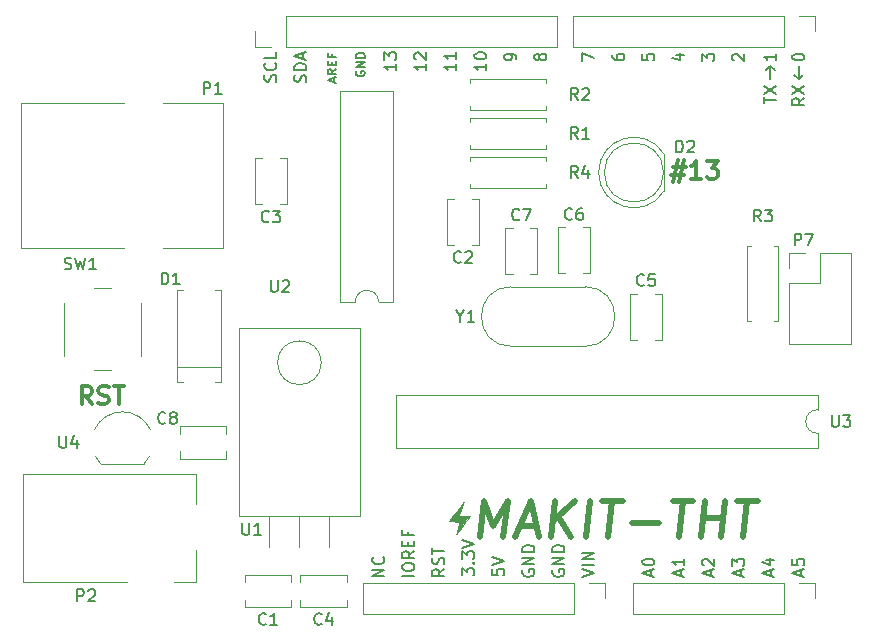
<source format=gto>
G04 #@! TF.FileFunction,Legend,Top*
%FSLAX46Y46*%
G04 Gerber Fmt 4.6, Leading zero omitted, Abs format (unit mm)*
G04 Created by KiCad (PCBNEW 4.0.5+dfsg1-4) date Sat Jun 16 18:21:39 2018*
%MOMM*%
%LPD*%
G01*
G04 APERTURE LIST*
%ADD10C,0.100000*%
%ADD11C,0.150000*%
%ADD12C,0.200000*%
%ADD13C,0.300000*%
%ADD14C,0.500000*%
%ADD15C,0.120000*%
%ADD16C,0.010000*%
G04 APERTURE END LIST*
D10*
D11*
X168219381Y-30829285D02*
X168219381Y-31400714D01*
X168219381Y-31115000D02*
X167219381Y-31115000D01*
X167362238Y-31210238D01*
X167457476Y-31305476D01*
X167505095Y-31400714D01*
X169632381Y-31162619D02*
X169632381Y-31067380D01*
X169680000Y-30972142D01*
X169727619Y-30924523D01*
X169822857Y-30876904D01*
X170013333Y-30829285D01*
X170251429Y-30829285D01*
X170441905Y-30876904D01*
X170537143Y-30924523D01*
X170584762Y-30972142D01*
X170632381Y-31067380D01*
X170632381Y-31162619D01*
X170584762Y-31257857D01*
X170537143Y-31305476D01*
X170441905Y-31353095D01*
X170251429Y-31400714D01*
X170013333Y-31400714D01*
X169822857Y-31353095D01*
X169727619Y-31305476D01*
X169680000Y-31257857D01*
X169632381Y-31162619D01*
D12*
X170180000Y-33020000D02*
X169798999Y-32639000D01*
X170180000Y-33020000D02*
X170561000Y-32639000D01*
X170180000Y-31877001D02*
X170180000Y-33020000D01*
X167767000Y-31877000D02*
X168148000Y-32258000D01*
X167767000Y-31877000D02*
X167386000Y-32258000D01*
X167767000Y-33020000D02*
X167767000Y-31877000D01*
D11*
X170632381Y-34583666D02*
X170156190Y-34917000D01*
X170632381Y-35155095D02*
X169632381Y-35155095D01*
X169632381Y-34774142D01*
X169680000Y-34678904D01*
X169727619Y-34631285D01*
X169822857Y-34583666D01*
X169965714Y-34583666D01*
X170060952Y-34631285D01*
X170108571Y-34678904D01*
X170156190Y-34774142D01*
X170156190Y-35155095D01*
X169632381Y-34250333D02*
X170632381Y-33583666D01*
X169632381Y-33583666D02*
X170632381Y-34250333D01*
X167219381Y-35051905D02*
X167219381Y-34480476D01*
X168219381Y-34766191D02*
X167219381Y-34766191D01*
X167219381Y-34242381D02*
X168219381Y-33575714D01*
X167219381Y-33575714D02*
X168219381Y-34242381D01*
X164647619Y-31400714D02*
X164600000Y-31353095D01*
X164552381Y-31257857D01*
X164552381Y-31019761D01*
X164600000Y-30924523D01*
X164647619Y-30876904D01*
X164742857Y-30829285D01*
X164838095Y-30829285D01*
X164980952Y-30876904D01*
X165552381Y-31448333D01*
X165552381Y-30829285D01*
X162012381Y-31448333D02*
X162012381Y-30829285D01*
X162393333Y-31162619D01*
X162393333Y-31019761D01*
X162440952Y-30924523D01*
X162488571Y-30876904D01*
X162583810Y-30829285D01*
X162821905Y-30829285D01*
X162917143Y-30876904D01*
X162964762Y-30924523D01*
X163012381Y-31019761D01*
X163012381Y-31305476D01*
X162964762Y-31400714D01*
X162917143Y-31448333D01*
X159805714Y-30924523D02*
X160472381Y-30924523D01*
X159424762Y-31162619D02*
X160139048Y-31400714D01*
X160139048Y-30781666D01*
X156932381Y-30876904D02*
X156932381Y-31353095D01*
X157408571Y-31400714D01*
X157360952Y-31353095D01*
X157313333Y-31257857D01*
X157313333Y-31019761D01*
X157360952Y-30924523D01*
X157408571Y-30876904D01*
X157503810Y-30829285D01*
X157741905Y-30829285D01*
X157837143Y-30876904D01*
X157884762Y-30924523D01*
X157932381Y-31019761D01*
X157932381Y-31257857D01*
X157884762Y-31353095D01*
X157837143Y-31400714D01*
X154392381Y-30924523D02*
X154392381Y-31115000D01*
X154440000Y-31210238D01*
X154487619Y-31257857D01*
X154630476Y-31353095D01*
X154820952Y-31400714D01*
X155201905Y-31400714D01*
X155297143Y-31353095D01*
X155344762Y-31305476D01*
X155392381Y-31210238D01*
X155392381Y-31019761D01*
X155344762Y-30924523D01*
X155297143Y-30876904D01*
X155201905Y-30829285D01*
X154963810Y-30829285D01*
X154868571Y-30876904D01*
X154820952Y-30924523D01*
X154773333Y-31019761D01*
X154773333Y-31210238D01*
X154820952Y-31305476D01*
X154868571Y-31353095D01*
X154963810Y-31400714D01*
X151852381Y-31448333D02*
X151852381Y-30781666D01*
X152852381Y-31210238D01*
X148216952Y-31210238D02*
X148169333Y-31305476D01*
X148121714Y-31353095D01*
X148026476Y-31400714D01*
X147978857Y-31400714D01*
X147883619Y-31353095D01*
X147836000Y-31305476D01*
X147788381Y-31210238D01*
X147788381Y-31019761D01*
X147836000Y-30924523D01*
X147883619Y-30876904D01*
X147978857Y-30829285D01*
X148026476Y-30829285D01*
X148121714Y-30876904D01*
X148169333Y-30924523D01*
X148216952Y-31019761D01*
X148216952Y-31210238D01*
X148264571Y-31305476D01*
X148312190Y-31353095D01*
X148407429Y-31400714D01*
X148597905Y-31400714D01*
X148693143Y-31353095D01*
X148740762Y-31305476D01*
X148788381Y-31210238D01*
X148788381Y-31019761D01*
X148740762Y-30924523D01*
X148693143Y-30876904D01*
X148597905Y-30829285D01*
X148407429Y-30829285D01*
X148312190Y-30876904D01*
X148264571Y-30924523D01*
X148216952Y-31019761D01*
X146248381Y-31305476D02*
X146248381Y-31115000D01*
X146200762Y-31019761D01*
X146153143Y-30972142D01*
X146010286Y-30876904D01*
X145819810Y-30829285D01*
X145438857Y-30829285D01*
X145343619Y-30876904D01*
X145296000Y-30924523D01*
X145248381Y-31019761D01*
X145248381Y-31210238D01*
X145296000Y-31305476D01*
X145343619Y-31353095D01*
X145438857Y-31400714D01*
X145676952Y-31400714D01*
X145772190Y-31353095D01*
X145819810Y-31305476D01*
X145867429Y-31210238D01*
X145867429Y-31019761D01*
X145819810Y-30924523D01*
X145772190Y-30876904D01*
X145676952Y-30829285D01*
X143708381Y-31686476D02*
X143708381Y-32257905D01*
X143708381Y-31972191D02*
X142708381Y-31972191D01*
X142851238Y-32067429D01*
X142946476Y-32162667D01*
X142994095Y-32257905D01*
X142708381Y-31067429D02*
X142708381Y-30972190D01*
X142756000Y-30876952D01*
X142803619Y-30829333D01*
X142898857Y-30781714D01*
X143089333Y-30734095D01*
X143327429Y-30734095D01*
X143517905Y-30781714D01*
X143613143Y-30829333D01*
X143660762Y-30876952D01*
X143708381Y-30972190D01*
X143708381Y-31067429D01*
X143660762Y-31162667D01*
X143613143Y-31210286D01*
X143517905Y-31257905D01*
X143327429Y-31305524D01*
X143089333Y-31305524D01*
X142898857Y-31257905D01*
X142803619Y-31210286D01*
X142756000Y-31162667D01*
X142708381Y-31067429D01*
X141168381Y-31686476D02*
X141168381Y-32257905D01*
X141168381Y-31972191D02*
X140168381Y-31972191D01*
X140311238Y-32067429D01*
X140406476Y-32162667D01*
X140454095Y-32257905D01*
X141168381Y-30734095D02*
X141168381Y-31305524D01*
X141168381Y-31019810D02*
X140168381Y-31019810D01*
X140311238Y-31115048D01*
X140406476Y-31210286D01*
X140454095Y-31305524D01*
X138628381Y-31686476D02*
X138628381Y-32257905D01*
X138628381Y-31972191D02*
X137628381Y-31972191D01*
X137771238Y-32067429D01*
X137866476Y-32162667D01*
X137914095Y-32257905D01*
X137723619Y-31305524D02*
X137676000Y-31257905D01*
X137628381Y-31162667D01*
X137628381Y-30924571D01*
X137676000Y-30829333D01*
X137723619Y-30781714D01*
X137818857Y-30734095D01*
X137914095Y-30734095D01*
X138056952Y-30781714D01*
X138628381Y-31353143D01*
X138628381Y-30734095D01*
X136088381Y-31686476D02*
X136088381Y-32257905D01*
X136088381Y-31972191D02*
X135088381Y-31972191D01*
X135231238Y-32067429D01*
X135326476Y-32162667D01*
X135374095Y-32257905D01*
X135088381Y-31353143D02*
X135088381Y-30734095D01*
X135469333Y-31067429D01*
X135469333Y-30924571D01*
X135516952Y-30829333D01*
X135564571Y-30781714D01*
X135659810Y-30734095D01*
X135897905Y-30734095D01*
X135993143Y-30781714D01*
X136040762Y-30829333D01*
X136088381Y-30924571D01*
X136088381Y-31210286D01*
X136040762Y-31305524D01*
X135993143Y-31353143D01*
X132721000Y-32321428D02*
X132685286Y-32392857D01*
X132685286Y-32500000D01*
X132721000Y-32607143D01*
X132792429Y-32678571D01*
X132863857Y-32714286D01*
X133006714Y-32750000D01*
X133113857Y-32750000D01*
X133256714Y-32714286D01*
X133328143Y-32678571D01*
X133399571Y-32607143D01*
X133435286Y-32500000D01*
X133435286Y-32428571D01*
X133399571Y-32321428D01*
X133363857Y-32285714D01*
X133113857Y-32285714D01*
X133113857Y-32428571D01*
X133435286Y-31964286D02*
X132685286Y-31964286D01*
X133435286Y-31535714D01*
X132685286Y-31535714D01*
X133435286Y-31178572D02*
X132685286Y-31178572D01*
X132685286Y-31000000D01*
X132721000Y-30892857D01*
X132792429Y-30821429D01*
X132863857Y-30785714D01*
X133006714Y-30750000D01*
X133113857Y-30750000D01*
X133256714Y-30785714D01*
X133328143Y-30821429D01*
X133399571Y-30892857D01*
X133435286Y-31000000D01*
X133435286Y-31178572D01*
X130808000Y-33250000D02*
X130808000Y-32892857D01*
X131022286Y-33321428D02*
X130272286Y-33071428D01*
X131022286Y-32821428D01*
X131022286Y-32142857D02*
X130665143Y-32392857D01*
X131022286Y-32571429D02*
X130272286Y-32571429D01*
X130272286Y-32285714D01*
X130308000Y-32214286D01*
X130343714Y-32178571D01*
X130415143Y-32142857D01*
X130522286Y-32142857D01*
X130593714Y-32178571D01*
X130629429Y-32214286D01*
X130665143Y-32285714D01*
X130665143Y-32571429D01*
X130629429Y-31821429D02*
X130629429Y-31571429D01*
X131022286Y-31464286D02*
X131022286Y-31821429D01*
X130272286Y-31821429D01*
X130272286Y-31464286D01*
X130629429Y-30892858D02*
X130629429Y-31142858D01*
X131022286Y-31142858D02*
X130272286Y-31142858D01*
X130272286Y-30785715D01*
X125880762Y-33194476D02*
X125928381Y-33051619D01*
X125928381Y-32813523D01*
X125880762Y-32718285D01*
X125833143Y-32670666D01*
X125737905Y-32623047D01*
X125642667Y-32623047D01*
X125547429Y-32670666D01*
X125499810Y-32718285D01*
X125452190Y-32813523D01*
X125404571Y-33004000D01*
X125356952Y-33099238D01*
X125309333Y-33146857D01*
X125214095Y-33194476D01*
X125118857Y-33194476D01*
X125023619Y-33146857D01*
X124976000Y-33099238D01*
X124928381Y-33004000D01*
X124928381Y-32765904D01*
X124976000Y-32623047D01*
X125833143Y-31623047D02*
X125880762Y-31670666D01*
X125928381Y-31813523D01*
X125928381Y-31908761D01*
X125880762Y-32051619D01*
X125785524Y-32146857D01*
X125690286Y-32194476D01*
X125499810Y-32242095D01*
X125356952Y-32242095D01*
X125166476Y-32194476D01*
X125071238Y-32146857D01*
X124976000Y-32051619D01*
X124928381Y-31908761D01*
X124928381Y-31813523D01*
X124976000Y-31670666D01*
X125023619Y-31623047D01*
X125928381Y-30718285D02*
X125928381Y-31194476D01*
X124928381Y-31194476D01*
X128420762Y-33218286D02*
X128468381Y-33075429D01*
X128468381Y-32837333D01*
X128420762Y-32742095D01*
X128373143Y-32694476D01*
X128277905Y-32646857D01*
X128182667Y-32646857D01*
X128087429Y-32694476D01*
X128039810Y-32742095D01*
X127992190Y-32837333D01*
X127944571Y-33027810D01*
X127896952Y-33123048D01*
X127849333Y-33170667D01*
X127754095Y-33218286D01*
X127658857Y-33218286D01*
X127563619Y-33170667D01*
X127516000Y-33123048D01*
X127468381Y-33027810D01*
X127468381Y-32789714D01*
X127516000Y-32646857D01*
X128468381Y-32218286D02*
X127468381Y-32218286D01*
X127468381Y-31980191D01*
X127516000Y-31837333D01*
X127611238Y-31742095D01*
X127706476Y-31694476D01*
X127896952Y-31646857D01*
X128039810Y-31646857D01*
X128230286Y-31694476D01*
X128325524Y-31742095D01*
X128420762Y-31837333D01*
X128468381Y-31980191D01*
X128468381Y-32218286D01*
X128182667Y-31265905D02*
X128182667Y-30789714D01*
X128468381Y-31361143D02*
X127468381Y-31027810D01*
X128468381Y-30694476D01*
X170346667Y-75009286D02*
X170346667Y-74533095D01*
X170632381Y-75104524D02*
X169632381Y-74771191D01*
X170632381Y-74437857D01*
X169632381Y-73628333D02*
X169632381Y-74104524D01*
X170108571Y-74152143D01*
X170060952Y-74104524D01*
X170013333Y-74009286D01*
X170013333Y-73771190D01*
X170060952Y-73675952D01*
X170108571Y-73628333D01*
X170203810Y-73580714D01*
X170441905Y-73580714D01*
X170537143Y-73628333D01*
X170584762Y-73675952D01*
X170632381Y-73771190D01*
X170632381Y-74009286D01*
X170584762Y-74104524D01*
X170537143Y-74152143D01*
X167806667Y-75009286D02*
X167806667Y-74533095D01*
X168092381Y-75104524D02*
X167092381Y-74771191D01*
X168092381Y-74437857D01*
X167425714Y-73675952D02*
X168092381Y-73675952D01*
X167044762Y-73914048D02*
X167759048Y-74152143D01*
X167759048Y-73533095D01*
X165266667Y-75009286D02*
X165266667Y-74533095D01*
X165552381Y-75104524D02*
X164552381Y-74771191D01*
X165552381Y-74437857D01*
X164552381Y-74199762D02*
X164552381Y-73580714D01*
X164933333Y-73914048D01*
X164933333Y-73771190D01*
X164980952Y-73675952D01*
X165028571Y-73628333D01*
X165123810Y-73580714D01*
X165361905Y-73580714D01*
X165457143Y-73628333D01*
X165504762Y-73675952D01*
X165552381Y-73771190D01*
X165552381Y-74056905D01*
X165504762Y-74152143D01*
X165457143Y-74199762D01*
X162726667Y-75009286D02*
X162726667Y-74533095D01*
X163012381Y-75104524D02*
X162012381Y-74771191D01*
X163012381Y-74437857D01*
X162107619Y-74152143D02*
X162060000Y-74104524D01*
X162012381Y-74009286D01*
X162012381Y-73771190D01*
X162060000Y-73675952D01*
X162107619Y-73628333D01*
X162202857Y-73580714D01*
X162298095Y-73580714D01*
X162440952Y-73628333D01*
X163012381Y-74199762D01*
X163012381Y-73580714D01*
X160186667Y-75009286D02*
X160186667Y-74533095D01*
X160472381Y-75104524D02*
X159472381Y-74771191D01*
X160472381Y-74437857D01*
X160472381Y-73580714D02*
X160472381Y-74152143D01*
X160472381Y-73866429D02*
X159472381Y-73866429D01*
X159615238Y-73961667D01*
X159710476Y-74056905D01*
X159758095Y-74152143D01*
X157646667Y-75009286D02*
X157646667Y-74533095D01*
X157932381Y-75104524D02*
X156932381Y-74771191D01*
X157932381Y-74437857D01*
X156932381Y-73914048D02*
X156932381Y-73818809D01*
X156980000Y-73723571D01*
X157027619Y-73675952D01*
X157122857Y-73628333D01*
X157313333Y-73580714D01*
X157551429Y-73580714D01*
X157741905Y-73628333D01*
X157837143Y-73675952D01*
X157884762Y-73723571D01*
X157932381Y-73818809D01*
X157932381Y-73914048D01*
X157884762Y-74009286D01*
X157837143Y-74056905D01*
X157741905Y-74104524D01*
X157551429Y-74152143D01*
X157313333Y-74152143D01*
X157122857Y-74104524D01*
X157027619Y-74056905D01*
X156980000Y-74009286D01*
X156932381Y-73914048D01*
X151852381Y-75136238D02*
X152852381Y-74802905D01*
X151852381Y-74469571D01*
X152852381Y-74136238D02*
X151852381Y-74136238D01*
X152852381Y-73660048D02*
X151852381Y-73660048D01*
X152852381Y-73088619D01*
X151852381Y-73088619D01*
X149360000Y-74548904D02*
X149312381Y-74644142D01*
X149312381Y-74786999D01*
X149360000Y-74929857D01*
X149455238Y-75025095D01*
X149550476Y-75072714D01*
X149740952Y-75120333D01*
X149883810Y-75120333D01*
X150074286Y-75072714D01*
X150169524Y-75025095D01*
X150264762Y-74929857D01*
X150312381Y-74786999D01*
X150312381Y-74691761D01*
X150264762Y-74548904D01*
X150217143Y-74501285D01*
X149883810Y-74501285D01*
X149883810Y-74691761D01*
X150312381Y-74072714D02*
X149312381Y-74072714D01*
X150312381Y-73501285D01*
X149312381Y-73501285D01*
X150312381Y-73025095D02*
X149312381Y-73025095D01*
X149312381Y-72787000D01*
X149360000Y-72644142D01*
X149455238Y-72548904D01*
X149550476Y-72501285D01*
X149740952Y-72453666D01*
X149883810Y-72453666D01*
X150074286Y-72501285D01*
X150169524Y-72548904D01*
X150264762Y-72644142D01*
X150312381Y-72787000D01*
X150312381Y-73025095D01*
X146820000Y-74548904D02*
X146772381Y-74644142D01*
X146772381Y-74786999D01*
X146820000Y-74929857D01*
X146915238Y-75025095D01*
X147010476Y-75072714D01*
X147200952Y-75120333D01*
X147343810Y-75120333D01*
X147534286Y-75072714D01*
X147629524Y-75025095D01*
X147724762Y-74929857D01*
X147772381Y-74786999D01*
X147772381Y-74691761D01*
X147724762Y-74548904D01*
X147677143Y-74501285D01*
X147343810Y-74501285D01*
X147343810Y-74691761D01*
X147772381Y-74072714D02*
X146772381Y-74072714D01*
X147772381Y-73501285D01*
X146772381Y-73501285D01*
X147772381Y-73025095D02*
X146772381Y-73025095D01*
X146772381Y-72787000D01*
X146820000Y-72644142D01*
X146915238Y-72548904D01*
X147010476Y-72501285D01*
X147200952Y-72453666D01*
X147343810Y-72453666D01*
X147534286Y-72501285D01*
X147629524Y-72548904D01*
X147724762Y-72644142D01*
X147772381Y-72787000D01*
X147772381Y-73025095D01*
X144232381Y-74485476D02*
X144232381Y-74961667D01*
X144708571Y-75009286D01*
X144660952Y-74961667D01*
X144613333Y-74866429D01*
X144613333Y-74628333D01*
X144660952Y-74533095D01*
X144708571Y-74485476D01*
X144803810Y-74437857D01*
X145041905Y-74437857D01*
X145137143Y-74485476D01*
X145184762Y-74533095D01*
X145232381Y-74628333D01*
X145232381Y-74866429D01*
X145184762Y-74961667D01*
X145137143Y-75009286D01*
X144232381Y-74152143D02*
X145232381Y-73818810D01*
X144232381Y-73485476D01*
X141692381Y-75009190D02*
X141692381Y-74390142D01*
X142073333Y-74723476D01*
X142073333Y-74580618D01*
X142120952Y-74485380D01*
X142168571Y-74437761D01*
X142263810Y-74390142D01*
X142501905Y-74390142D01*
X142597143Y-74437761D01*
X142644762Y-74485380D01*
X142692381Y-74580618D01*
X142692381Y-74866333D01*
X142644762Y-74961571D01*
X142597143Y-75009190D01*
X142597143Y-73961571D02*
X142644762Y-73913952D01*
X142692381Y-73961571D01*
X142644762Y-74009190D01*
X142597143Y-73961571D01*
X142692381Y-73961571D01*
X141692381Y-73580619D02*
X141692381Y-72961571D01*
X142073333Y-73294905D01*
X142073333Y-73152047D01*
X142120952Y-73056809D01*
X142168571Y-73009190D01*
X142263810Y-72961571D01*
X142501905Y-72961571D01*
X142597143Y-73009190D01*
X142644762Y-73056809D01*
X142692381Y-73152047D01*
X142692381Y-73437762D01*
X142644762Y-73533000D01*
X142597143Y-73580619D01*
X141692381Y-72675857D02*
X142692381Y-72342524D01*
X141692381Y-72009190D01*
X140152381Y-74461619D02*
X139676190Y-74794953D01*
X140152381Y-75033048D02*
X139152381Y-75033048D01*
X139152381Y-74652095D01*
X139200000Y-74556857D01*
X139247619Y-74509238D01*
X139342857Y-74461619D01*
X139485714Y-74461619D01*
X139580952Y-74509238D01*
X139628571Y-74556857D01*
X139676190Y-74652095D01*
X139676190Y-75033048D01*
X140104762Y-74080667D02*
X140152381Y-73937810D01*
X140152381Y-73699714D01*
X140104762Y-73604476D01*
X140057143Y-73556857D01*
X139961905Y-73509238D01*
X139866667Y-73509238D01*
X139771429Y-73556857D01*
X139723810Y-73604476D01*
X139676190Y-73699714D01*
X139628571Y-73890191D01*
X139580952Y-73985429D01*
X139533333Y-74033048D01*
X139438095Y-74080667D01*
X139342857Y-74080667D01*
X139247619Y-74033048D01*
X139200000Y-73985429D01*
X139152381Y-73890191D01*
X139152381Y-73652095D01*
X139200000Y-73509238D01*
X139152381Y-73223524D02*
X139152381Y-72652095D01*
X140152381Y-72937810D02*
X139152381Y-72937810D01*
X137612381Y-75056762D02*
X136612381Y-75056762D01*
X136612381Y-74390096D02*
X136612381Y-74199619D01*
X136660000Y-74104381D01*
X136755238Y-74009143D01*
X136945714Y-73961524D01*
X137279048Y-73961524D01*
X137469524Y-74009143D01*
X137564762Y-74104381D01*
X137612381Y-74199619D01*
X137612381Y-74390096D01*
X137564762Y-74485334D01*
X137469524Y-74580572D01*
X137279048Y-74628191D01*
X136945714Y-74628191D01*
X136755238Y-74580572D01*
X136660000Y-74485334D01*
X136612381Y-74390096D01*
X137612381Y-72961524D02*
X137136190Y-73294858D01*
X137612381Y-73532953D02*
X136612381Y-73532953D01*
X136612381Y-73152000D01*
X136660000Y-73056762D01*
X136707619Y-73009143D01*
X136802857Y-72961524D01*
X136945714Y-72961524D01*
X137040952Y-73009143D01*
X137088571Y-73056762D01*
X137136190Y-73152000D01*
X137136190Y-73532953D01*
X137088571Y-72532953D02*
X137088571Y-72199619D01*
X137612381Y-72056762D02*
X137612381Y-72532953D01*
X136612381Y-72532953D01*
X136612381Y-72056762D01*
X137088571Y-71294857D02*
X137088571Y-71628191D01*
X137612381Y-71628191D02*
X136612381Y-71628191D01*
X136612381Y-71152000D01*
X135072381Y-75080714D02*
X134072381Y-75080714D01*
X135072381Y-74509285D01*
X134072381Y-74509285D01*
X134977143Y-73461666D02*
X135024762Y-73509285D01*
X135072381Y-73652142D01*
X135072381Y-73747380D01*
X135024762Y-73890238D01*
X134929524Y-73985476D01*
X134834286Y-74033095D01*
X134643810Y-74080714D01*
X134500952Y-74080714D01*
X134310476Y-74033095D01*
X134215238Y-73985476D01*
X134120000Y-73890238D01*
X134072381Y-73747380D01*
X134072381Y-73652142D01*
X134120000Y-73509285D01*
X134167619Y-73461666D01*
D13*
X110303572Y-60495571D02*
X109803572Y-59781286D01*
X109446429Y-60495571D02*
X109446429Y-58995571D01*
X110017857Y-58995571D01*
X110160715Y-59067000D01*
X110232143Y-59138429D01*
X110303572Y-59281286D01*
X110303572Y-59495571D01*
X110232143Y-59638429D01*
X110160715Y-59709857D01*
X110017857Y-59781286D01*
X109446429Y-59781286D01*
X110875000Y-60424143D02*
X111089286Y-60495571D01*
X111446429Y-60495571D01*
X111589286Y-60424143D01*
X111660715Y-60352714D01*
X111732143Y-60209857D01*
X111732143Y-60067000D01*
X111660715Y-59924143D01*
X111589286Y-59852714D01*
X111446429Y-59781286D01*
X111160715Y-59709857D01*
X111017857Y-59638429D01*
X110946429Y-59567000D01*
X110875000Y-59424143D01*
X110875000Y-59281286D01*
X110946429Y-59138429D01*
X111017857Y-59067000D01*
X111160715Y-58995571D01*
X111517857Y-58995571D01*
X111732143Y-59067000D01*
X112160714Y-58995571D02*
X113017857Y-58995571D01*
X112589286Y-60495571D02*
X112589286Y-58995571D01*
D14*
X143159215Y-71715143D02*
X143534215Y-68715143D01*
X144266358Y-70858000D01*
X145534215Y-68715143D01*
X145159215Y-71715143D01*
X146552072Y-70858000D02*
X147980643Y-70858000D01*
X146159214Y-71715143D02*
X147534214Y-68715143D01*
X148159214Y-71715143D01*
X149159215Y-71715143D02*
X149534215Y-68715143D01*
X150873500Y-71715143D02*
X149802072Y-70000857D01*
X151248500Y-68715143D02*
X149319929Y-70429429D01*
X152159215Y-71715143D02*
X152534215Y-68715143D01*
X153534214Y-68715143D02*
X155248500Y-68715143D01*
X154016357Y-71715143D02*
X154391357Y-68715143D01*
X156016357Y-70572286D02*
X158302071Y-70572286D01*
X159534214Y-68715143D02*
X161248500Y-68715143D01*
X160016357Y-71715143D02*
X160391357Y-68715143D01*
X161873500Y-71715143D02*
X162248500Y-68715143D01*
X162069929Y-70143714D02*
X163784214Y-70143714D01*
X163587785Y-71715143D02*
X163962785Y-68715143D01*
X164962785Y-68715143D02*
X166677071Y-68715143D01*
X165444928Y-71715143D02*
X165819928Y-68715143D01*
D13*
X159524143Y-40445571D02*
X160595572Y-40445571D01*
X159952715Y-39802714D02*
X159524143Y-41731286D01*
X160452715Y-41088429D02*
X159381286Y-41088429D01*
X160024143Y-41731286D02*
X160452715Y-39802714D01*
X161881286Y-41445571D02*
X161024143Y-41445571D01*
X161452715Y-41445571D02*
X161452715Y-39945571D01*
X161309858Y-40159857D01*
X161167000Y-40302714D01*
X161024143Y-40374143D01*
X162381286Y-39945571D02*
X163309857Y-39945571D01*
X162809857Y-40517000D01*
X163024143Y-40517000D01*
X163167000Y-40588429D01*
X163238429Y-40659857D01*
X163309857Y-40802714D01*
X163309857Y-41159857D01*
X163238429Y-41302714D01*
X163167000Y-41374143D01*
X163024143Y-41445571D01*
X162595571Y-41445571D01*
X162452714Y-41374143D01*
X162381286Y-41302714D01*
D15*
X171764000Y-62976000D02*
G75*
G02X171764000Y-60976000I0J1000000D01*
G01*
X171764000Y-60976000D02*
X171764000Y-59726000D01*
X171764000Y-59726000D02*
X136084000Y-59726000D01*
X136084000Y-59726000D02*
X136084000Y-64226000D01*
X136084000Y-64226000D02*
X171764000Y-64226000D01*
X171764000Y-64226000D02*
X171764000Y-62976000D01*
X155866000Y-55066000D02*
X155866000Y-51146000D01*
X158586000Y-55066000D02*
X158586000Y-51146000D01*
X155866000Y-55066000D02*
X156476000Y-55066000D01*
X157976000Y-55066000D02*
X158586000Y-55066000D01*
X155866000Y-51146000D02*
X156476000Y-51146000D01*
X157976000Y-51146000D02*
X158586000Y-51146000D01*
X127162000Y-77687000D02*
X123242000Y-77687000D01*
X127162000Y-74967000D02*
X123242000Y-74967000D01*
X127162000Y-77687000D02*
X127162000Y-77077000D01*
X127162000Y-75577000D02*
X127162000Y-74967000D01*
X123242000Y-77687000D02*
X123242000Y-77077000D01*
X123242000Y-75577000D02*
X123242000Y-74967000D01*
X140372000Y-47025000D02*
X140372000Y-43105000D01*
X143092000Y-47025000D02*
X143092000Y-43105000D01*
X140372000Y-47025000D02*
X140982000Y-47025000D01*
X142482000Y-47025000D02*
X143092000Y-47025000D01*
X140372000Y-43105000D02*
X140982000Y-43105000D01*
X142482000Y-43105000D02*
X143092000Y-43105000D01*
X124116000Y-43596000D02*
X124116000Y-39676000D01*
X126836000Y-43596000D02*
X126836000Y-39676000D01*
X124116000Y-43596000D02*
X124726000Y-43596000D01*
X126226000Y-43596000D02*
X126836000Y-43596000D01*
X124116000Y-39676000D02*
X124726000Y-39676000D01*
X126226000Y-39676000D02*
X126836000Y-39676000D01*
X127981000Y-74967000D02*
X131901000Y-74967000D01*
X127981000Y-77687000D02*
X131901000Y-77687000D01*
X127981000Y-74967000D02*
X127981000Y-75577000D01*
X127981000Y-77077000D02*
X127981000Y-77687000D01*
X131901000Y-74967000D02*
X131901000Y-75577000D01*
X131901000Y-77077000D02*
X131901000Y-77687000D01*
X152490000Y-45518000D02*
X152490000Y-49438000D01*
X149770000Y-45518000D02*
X149770000Y-49438000D01*
X152490000Y-45518000D02*
X151880000Y-45518000D01*
X150380000Y-45518000D02*
X149770000Y-45518000D01*
X152490000Y-49438000D02*
X151880000Y-49438000D01*
X150380000Y-49438000D02*
X149770000Y-49438000D01*
X148045000Y-45572000D02*
X148045000Y-49492000D01*
X145325000Y-45572000D02*
X145325000Y-49492000D01*
X148045000Y-45572000D02*
X147435000Y-45572000D01*
X145935000Y-45572000D02*
X145325000Y-45572000D01*
X148045000Y-49492000D02*
X147435000Y-49492000D01*
X145935000Y-49492000D02*
X145325000Y-49492000D01*
X112998000Y-35048000D02*
X104358000Y-35048000D01*
X121378000Y-35048000D02*
X116298000Y-35048000D01*
X112998000Y-47248000D02*
X104358000Y-47248000D01*
X121378000Y-47248000D02*
X116298000Y-47248000D01*
X104358000Y-47248000D02*
X104358000Y-35048000D01*
X121378000Y-35048000D02*
X121378000Y-47248000D01*
X113268000Y-75593000D02*
X104468000Y-75593000D01*
X104468000Y-75593000D02*
X104468000Y-66393000D01*
X119168000Y-72893000D02*
X119168000Y-75593000D01*
X119168000Y-75593000D02*
X117268000Y-75593000D01*
X104468000Y-66393000D02*
X119168000Y-66393000D01*
X119168000Y-66393000D02*
X119168000Y-68993000D01*
X156150000Y-75632000D02*
X156150000Y-78292000D01*
X168910000Y-75632000D02*
X156150000Y-75632000D01*
X168910000Y-78292000D02*
X156150000Y-78292000D01*
X168910000Y-75632000D02*
X168910000Y-78292000D01*
X170180000Y-75632000D02*
X171510000Y-75632000D01*
X171510000Y-75632000D02*
X171510000Y-76962000D01*
X151070000Y-27626000D02*
X151070000Y-30286000D01*
X168910000Y-27626000D02*
X151070000Y-27626000D01*
X168910000Y-30286000D02*
X151070000Y-30286000D01*
X168910000Y-27626000D02*
X168910000Y-30286000D01*
X170180000Y-27626000D02*
X171510000Y-27626000D01*
X171510000Y-27626000D02*
X171510000Y-28956000D01*
X148752000Y-38572000D02*
X148752000Y-38902000D01*
X148752000Y-38902000D02*
X142332000Y-38902000D01*
X142332000Y-38902000D02*
X142332000Y-38572000D01*
X148752000Y-36612000D02*
X148752000Y-36282000D01*
X148752000Y-36282000D02*
X142332000Y-36282000D01*
X142332000Y-36282000D02*
X142332000Y-36612000D01*
X148752000Y-35270000D02*
X148752000Y-35600000D01*
X148752000Y-35600000D02*
X142332000Y-35600000D01*
X142332000Y-35600000D02*
X142332000Y-35270000D01*
X148752000Y-33310000D02*
X148752000Y-32980000D01*
X148752000Y-32980000D02*
X142332000Y-32980000D01*
X142332000Y-32980000D02*
X142332000Y-33310000D01*
X168112000Y-47082000D02*
X168442000Y-47082000D01*
X168442000Y-47082000D02*
X168442000Y-53502000D01*
X168442000Y-53502000D02*
X168112000Y-53502000D01*
X166152000Y-47082000D02*
X165822000Y-47082000D01*
X165822000Y-47082000D02*
X165822000Y-53502000D01*
X165822000Y-53502000D02*
X166152000Y-53502000D01*
X114466000Y-56404000D02*
X114466000Y-51904000D01*
X110466000Y-57654000D02*
X111966000Y-57654000D01*
X107966000Y-51904000D02*
X107966000Y-56404000D01*
X111966000Y-50654000D02*
X110466000Y-50654000D01*
X132604000Y-51876000D02*
G75*
G02X134604000Y-51876000I1000000J0D01*
G01*
X134604000Y-51876000D02*
X135854000Y-51876000D01*
X135854000Y-51876000D02*
X135854000Y-33976000D01*
X135854000Y-33976000D02*
X131354000Y-33976000D01*
X131354000Y-33976000D02*
X131354000Y-51876000D01*
X131354000Y-51876000D02*
X132604000Y-51876000D01*
X152069000Y-55611000D02*
X145819000Y-55611000D01*
X152069000Y-50561000D02*
X145819000Y-50561000D01*
X152069000Y-50561000D02*
G75*
G02X152069000Y-55611000I0J-2525000D01*
G01*
X145819000Y-50561000D02*
G75*
G03X145819000Y-55611000I0J-2525000D01*
G01*
X153220000Y-40893538D02*
G75*
G03X158770000Y-42438830I2990000J-462D01*
G01*
X153220000Y-40894462D02*
G75*
G02X158770000Y-39349170I2990000J462D01*
G01*
X158710000Y-40894000D02*
G75*
G03X158710000Y-40894000I-2500000J0D01*
G01*
X158770000Y-42439000D02*
X158770000Y-39349000D01*
X142332000Y-39914000D02*
X142332000Y-39584000D01*
X142332000Y-39584000D02*
X148752000Y-39584000D01*
X148752000Y-39584000D02*
X148752000Y-39914000D01*
X142332000Y-41874000D02*
X142332000Y-42204000D01*
X142332000Y-42204000D02*
X148752000Y-42204000D01*
X148752000Y-42204000D02*
X148752000Y-41874000D01*
X133290000Y-75632000D02*
X133290000Y-78292000D01*
X151130000Y-75632000D02*
X133290000Y-75632000D01*
X151130000Y-78292000D02*
X133290000Y-78292000D01*
X151130000Y-75632000D02*
X151130000Y-78292000D01*
X152400000Y-75632000D02*
X153730000Y-75632000D01*
X153730000Y-75632000D02*
X153730000Y-76962000D01*
D16*
G36*
X141792354Y-68814280D02*
X141782217Y-68842466D01*
X141765787Y-68885983D01*
X141740911Y-68952720D01*
X141709172Y-69038361D01*
X141672152Y-69138591D01*
X141631436Y-69249096D01*
X141588605Y-69365559D01*
X141545244Y-69483667D01*
X141502936Y-69599103D01*
X141463264Y-69707553D01*
X141427811Y-69804701D01*
X141398161Y-69886233D01*
X141375896Y-69947832D01*
X141362600Y-69985185D01*
X141359467Y-69994684D01*
X141375695Y-69996675D01*
X141421563Y-69998765D01*
X141492844Y-70000853D01*
X141585310Y-70002838D01*
X141694736Y-70004617D01*
X141816895Y-70006090D01*
X141846591Y-70006377D01*
X142333716Y-70010867D01*
X141772305Y-70753173D01*
X141666629Y-70892761D01*
X141566696Y-71024499D01*
X141474438Y-71145856D01*
X141391787Y-71254304D01*
X141320676Y-71347314D01*
X141263036Y-71422356D01*
X141220800Y-71476901D01*
X141195900Y-71508420D01*
X141190144Y-71515173D01*
X141176070Y-71523999D01*
X141178061Y-71505084D01*
X141179214Y-71501000D01*
X141189713Y-71463649D01*
X141206754Y-71401666D01*
X141229064Y-71319800D01*
X141255364Y-71222801D01*
X141284378Y-71115418D01*
X141314831Y-71002400D01*
X141345445Y-70888498D01*
X141374944Y-70778459D01*
X141402053Y-70677034D01*
X141425493Y-70588973D01*
X141443990Y-70519023D01*
X141456266Y-70471936D01*
X141461046Y-70452460D01*
X141461066Y-70452256D01*
X141444847Y-70449773D01*
X141399046Y-70447529D01*
X141327947Y-70445610D01*
X141235835Y-70444104D01*
X141126993Y-70443096D01*
X141005706Y-70442674D01*
X140986933Y-70442666D01*
X140864166Y-70442377D01*
X140753210Y-70441560D01*
X140658347Y-70440292D01*
X140583864Y-70438649D01*
X140534043Y-70436707D01*
X140513169Y-70434544D01*
X140512800Y-70434209D01*
X140522903Y-70419927D01*
X140551747Y-70381840D01*
X140597133Y-70322757D01*
X140656861Y-70245491D01*
X140728734Y-70152852D01*
X140810551Y-70047653D01*
X140900115Y-69932704D01*
X140995226Y-69810817D01*
X141093685Y-69684803D01*
X141193294Y-69557473D01*
X141291853Y-69431639D01*
X141387164Y-69310112D01*
X141477028Y-69195702D01*
X141559246Y-69091223D01*
X141631618Y-68999484D01*
X141691947Y-68923298D01*
X141738033Y-68865475D01*
X141767678Y-68828826D01*
X141777666Y-68817067D01*
X141792370Y-68803877D01*
X141792354Y-68814280D01*
X141792354Y-68814280D01*
G37*
X141792354Y-68814280D02*
X141782217Y-68842466D01*
X141765787Y-68885983D01*
X141740911Y-68952720D01*
X141709172Y-69038361D01*
X141672152Y-69138591D01*
X141631436Y-69249096D01*
X141588605Y-69365559D01*
X141545244Y-69483667D01*
X141502936Y-69599103D01*
X141463264Y-69707553D01*
X141427811Y-69804701D01*
X141398161Y-69886233D01*
X141375896Y-69947832D01*
X141362600Y-69985185D01*
X141359467Y-69994684D01*
X141375695Y-69996675D01*
X141421563Y-69998765D01*
X141492844Y-70000853D01*
X141585310Y-70002838D01*
X141694736Y-70004617D01*
X141816895Y-70006090D01*
X141846591Y-70006377D01*
X142333716Y-70010867D01*
X141772305Y-70753173D01*
X141666629Y-70892761D01*
X141566696Y-71024499D01*
X141474438Y-71145856D01*
X141391787Y-71254304D01*
X141320676Y-71347314D01*
X141263036Y-71422356D01*
X141220800Y-71476901D01*
X141195900Y-71508420D01*
X141190144Y-71515173D01*
X141176070Y-71523999D01*
X141178061Y-71505084D01*
X141179214Y-71501000D01*
X141189713Y-71463649D01*
X141206754Y-71401666D01*
X141229064Y-71319800D01*
X141255364Y-71222801D01*
X141284378Y-71115418D01*
X141314831Y-71002400D01*
X141345445Y-70888498D01*
X141374944Y-70778459D01*
X141402053Y-70677034D01*
X141425493Y-70588973D01*
X141443990Y-70519023D01*
X141456266Y-70471936D01*
X141461046Y-70452460D01*
X141461066Y-70452256D01*
X141444847Y-70449773D01*
X141399046Y-70447529D01*
X141327947Y-70445610D01*
X141235835Y-70444104D01*
X141126993Y-70443096D01*
X141005706Y-70442674D01*
X140986933Y-70442666D01*
X140864166Y-70442377D01*
X140753210Y-70441560D01*
X140658347Y-70440292D01*
X140583864Y-70438649D01*
X140534043Y-70436707D01*
X140513169Y-70434544D01*
X140512800Y-70434209D01*
X140522903Y-70419927D01*
X140551747Y-70381840D01*
X140597133Y-70322757D01*
X140656861Y-70245491D01*
X140728734Y-70152852D01*
X140810551Y-70047653D01*
X140900115Y-69932704D01*
X140995226Y-69810817D01*
X141093685Y-69684803D01*
X141193294Y-69557473D01*
X141291853Y-69431639D01*
X141387164Y-69310112D01*
X141477028Y-69195702D01*
X141559246Y-69091223D01*
X141631618Y-68999484D01*
X141691947Y-68923298D01*
X141738033Y-68865475D01*
X141767678Y-68828826D01*
X141777666Y-68817067D01*
X141792370Y-68803877D01*
X141792354Y-68814280D01*
D15*
X169358000Y-55432000D02*
X174558000Y-55432000D01*
X169358000Y-50292000D02*
X169358000Y-55432000D01*
X174558000Y-47692000D02*
X174558000Y-55432000D01*
X169358000Y-50292000D02*
X171958000Y-50292000D01*
X171958000Y-50292000D02*
X171958000Y-47692000D01*
X171958000Y-47692000D02*
X174558000Y-47692000D01*
X169358000Y-49022000D02*
X169358000Y-47692000D01*
X169358000Y-47692000D02*
X170688000Y-47692000D01*
X149666000Y-30286000D02*
X149666000Y-27626000D01*
X126746000Y-30286000D02*
X149666000Y-30286000D01*
X126746000Y-27626000D02*
X149666000Y-27626000D01*
X126746000Y-30286000D02*
X126746000Y-27626000D01*
X125476000Y-30286000D02*
X124146000Y-30286000D01*
X124146000Y-30286000D02*
X124146000Y-28956000D01*
X117781000Y-62394000D02*
X121701000Y-62394000D01*
X117781000Y-65114000D02*
X121701000Y-65114000D01*
X117781000Y-62394000D02*
X117781000Y-63004000D01*
X117781000Y-64504000D02*
X117781000Y-65114000D01*
X121701000Y-62394000D02*
X121701000Y-63004000D01*
X121701000Y-64504000D02*
X121701000Y-65114000D01*
X111103000Y-65604000D02*
X114703000Y-65604000D01*
X110578816Y-64876795D02*
G75*
G03X111103000Y-65604000I2324184J1122795D01*
G01*
X110546600Y-62655193D02*
G75*
G02X112903000Y-61154000I2356400J-1098807D01*
G01*
X115259400Y-62655193D02*
G75*
G03X112903000Y-61154000I-2356400J-1098807D01*
G01*
X115227184Y-64876795D02*
G75*
G02X114703000Y-65604000I-2324184J1122795D01*
G01*
X122769000Y-69970000D02*
X133009000Y-69970000D01*
X122769000Y-54080000D02*
X133009000Y-54080000D01*
X122769000Y-54080000D02*
X122769000Y-69970000D01*
X133009000Y-54080000D02*
X133009000Y-69970000D01*
X125349000Y-69970000D02*
X125349000Y-72610000D01*
X127889000Y-69970000D02*
X127889000Y-72594000D01*
X130429000Y-69970000D02*
X130429000Y-72594000D01*
D10*
X129739000Y-57000000D02*
G75*
G03X129739000Y-57000000I-1850000J0D01*
G01*
D15*
X118000000Y-58597000D02*
X117520000Y-58597000D01*
X117520000Y-58597000D02*
X117520000Y-50877000D01*
X117520000Y-50877000D02*
X118000000Y-50877000D01*
X120760000Y-58597000D02*
X121240000Y-58597000D01*
X121240000Y-58597000D02*
X121240000Y-50877000D01*
X121240000Y-50877000D02*
X120760000Y-50877000D01*
X117520000Y-57397000D02*
X121240000Y-57397000D01*
D11*
X172974095Y-61428381D02*
X172974095Y-62237905D01*
X173021714Y-62333143D01*
X173069333Y-62380762D01*
X173164571Y-62428381D01*
X173355048Y-62428381D01*
X173450286Y-62380762D01*
X173497905Y-62333143D01*
X173545524Y-62237905D01*
X173545524Y-61428381D01*
X173926476Y-61428381D02*
X174545524Y-61428381D01*
X174212190Y-61809333D01*
X174355048Y-61809333D01*
X174450286Y-61856952D01*
X174497905Y-61904571D01*
X174545524Y-61999810D01*
X174545524Y-62237905D01*
X174497905Y-62333143D01*
X174450286Y-62380762D01*
X174355048Y-62428381D01*
X174069333Y-62428381D01*
X173974095Y-62380762D01*
X173926476Y-62333143D01*
X157059334Y-50395143D02*
X157011715Y-50442762D01*
X156868858Y-50490381D01*
X156773620Y-50490381D01*
X156630762Y-50442762D01*
X156535524Y-50347524D01*
X156487905Y-50252286D01*
X156440286Y-50061810D01*
X156440286Y-49918952D01*
X156487905Y-49728476D01*
X156535524Y-49633238D01*
X156630762Y-49538000D01*
X156773620Y-49490381D01*
X156868858Y-49490381D01*
X157011715Y-49538000D01*
X157059334Y-49585619D01*
X157964096Y-49490381D02*
X157487905Y-49490381D01*
X157440286Y-49966571D01*
X157487905Y-49918952D01*
X157583143Y-49871333D01*
X157821239Y-49871333D01*
X157916477Y-49918952D01*
X157964096Y-49966571D01*
X158011715Y-50061810D01*
X158011715Y-50299905D01*
X157964096Y-50395143D01*
X157916477Y-50442762D01*
X157821239Y-50490381D01*
X157583143Y-50490381D01*
X157487905Y-50442762D01*
X157440286Y-50395143D01*
X125055334Y-79097143D02*
X125007715Y-79144762D01*
X124864858Y-79192381D01*
X124769620Y-79192381D01*
X124626762Y-79144762D01*
X124531524Y-79049524D01*
X124483905Y-78954286D01*
X124436286Y-78763810D01*
X124436286Y-78620952D01*
X124483905Y-78430476D01*
X124531524Y-78335238D01*
X124626762Y-78240000D01*
X124769620Y-78192381D01*
X124864858Y-78192381D01*
X125007715Y-78240000D01*
X125055334Y-78287619D01*
X126007715Y-79192381D02*
X125436286Y-79192381D01*
X125722000Y-79192381D02*
X125722000Y-78192381D01*
X125626762Y-78335238D01*
X125531524Y-78430476D01*
X125436286Y-78478095D01*
X141565334Y-48450143D02*
X141517715Y-48497762D01*
X141374858Y-48545381D01*
X141279620Y-48545381D01*
X141136762Y-48497762D01*
X141041524Y-48402524D01*
X140993905Y-48307286D01*
X140946286Y-48116810D01*
X140946286Y-47973952D01*
X140993905Y-47783476D01*
X141041524Y-47688238D01*
X141136762Y-47593000D01*
X141279620Y-47545381D01*
X141374858Y-47545381D01*
X141517715Y-47593000D01*
X141565334Y-47640619D01*
X141946286Y-47640619D02*
X141993905Y-47593000D01*
X142089143Y-47545381D01*
X142327239Y-47545381D01*
X142422477Y-47593000D01*
X142470096Y-47640619D01*
X142517715Y-47735857D01*
X142517715Y-47831095D01*
X142470096Y-47973952D01*
X141898667Y-48545381D01*
X142517715Y-48545381D01*
X125309334Y-45021143D02*
X125261715Y-45068762D01*
X125118858Y-45116381D01*
X125023620Y-45116381D01*
X124880762Y-45068762D01*
X124785524Y-44973524D01*
X124737905Y-44878286D01*
X124690286Y-44687810D01*
X124690286Y-44544952D01*
X124737905Y-44354476D01*
X124785524Y-44259238D01*
X124880762Y-44164000D01*
X125023620Y-44116381D01*
X125118858Y-44116381D01*
X125261715Y-44164000D01*
X125309334Y-44211619D01*
X125642667Y-44116381D02*
X126261715Y-44116381D01*
X125928381Y-44497333D01*
X126071239Y-44497333D01*
X126166477Y-44544952D01*
X126214096Y-44592571D01*
X126261715Y-44687810D01*
X126261715Y-44925905D01*
X126214096Y-45021143D01*
X126166477Y-45068762D01*
X126071239Y-45116381D01*
X125785524Y-45116381D01*
X125690286Y-45068762D01*
X125642667Y-45021143D01*
X129774334Y-79097143D02*
X129726715Y-79144762D01*
X129583858Y-79192381D01*
X129488620Y-79192381D01*
X129345762Y-79144762D01*
X129250524Y-79049524D01*
X129202905Y-78954286D01*
X129155286Y-78763810D01*
X129155286Y-78620952D01*
X129202905Y-78430476D01*
X129250524Y-78335238D01*
X129345762Y-78240000D01*
X129488620Y-78192381D01*
X129583858Y-78192381D01*
X129726715Y-78240000D01*
X129774334Y-78287619D01*
X130631477Y-78525714D02*
X130631477Y-79192381D01*
X130393381Y-78144762D02*
X130155286Y-78859048D01*
X130774334Y-78859048D01*
X150963334Y-44807143D02*
X150915715Y-44854762D01*
X150772858Y-44902381D01*
X150677620Y-44902381D01*
X150534762Y-44854762D01*
X150439524Y-44759524D01*
X150391905Y-44664286D01*
X150344286Y-44473810D01*
X150344286Y-44330952D01*
X150391905Y-44140476D01*
X150439524Y-44045238D01*
X150534762Y-43950000D01*
X150677620Y-43902381D01*
X150772858Y-43902381D01*
X150915715Y-43950000D01*
X150963334Y-43997619D01*
X151820477Y-43902381D02*
X151630000Y-43902381D01*
X151534762Y-43950000D01*
X151487143Y-43997619D01*
X151391905Y-44140476D01*
X151344286Y-44330952D01*
X151344286Y-44711905D01*
X151391905Y-44807143D01*
X151439524Y-44854762D01*
X151534762Y-44902381D01*
X151725239Y-44902381D01*
X151820477Y-44854762D01*
X151868096Y-44807143D01*
X151915715Y-44711905D01*
X151915715Y-44473810D01*
X151868096Y-44378571D01*
X151820477Y-44330952D01*
X151725239Y-44283333D01*
X151534762Y-44283333D01*
X151439524Y-44330952D01*
X151391905Y-44378571D01*
X151344286Y-44473810D01*
X146518334Y-44861143D02*
X146470715Y-44908762D01*
X146327858Y-44956381D01*
X146232620Y-44956381D01*
X146089762Y-44908762D01*
X145994524Y-44813524D01*
X145946905Y-44718286D01*
X145899286Y-44527810D01*
X145899286Y-44384952D01*
X145946905Y-44194476D01*
X145994524Y-44099238D01*
X146089762Y-44004000D01*
X146232620Y-43956381D01*
X146327858Y-43956381D01*
X146470715Y-44004000D01*
X146518334Y-44051619D01*
X146851667Y-43956381D02*
X147518334Y-43956381D01*
X147089762Y-44956381D01*
X119784905Y-34234381D02*
X119784905Y-33234381D01*
X120165858Y-33234381D01*
X120261096Y-33282000D01*
X120308715Y-33329619D01*
X120356334Y-33424857D01*
X120356334Y-33567714D01*
X120308715Y-33662952D01*
X120261096Y-33710571D01*
X120165858Y-33758190D01*
X119784905Y-33758190D01*
X121308715Y-34234381D02*
X120737286Y-34234381D01*
X121023000Y-34234381D02*
X121023000Y-33234381D01*
X120927762Y-33377238D01*
X120832524Y-33472476D01*
X120737286Y-33520095D01*
X109079905Y-77195381D02*
X109079905Y-76195381D01*
X109460858Y-76195381D01*
X109556096Y-76243000D01*
X109603715Y-76290619D01*
X109651334Y-76385857D01*
X109651334Y-76528714D01*
X109603715Y-76623952D01*
X109556096Y-76671571D01*
X109460858Y-76719190D01*
X109079905Y-76719190D01*
X110032286Y-76290619D02*
X110079905Y-76243000D01*
X110175143Y-76195381D01*
X110413239Y-76195381D01*
X110508477Y-76243000D01*
X110556096Y-76290619D01*
X110603715Y-76385857D01*
X110603715Y-76481095D01*
X110556096Y-76623952D01*
X109984667Y-77195381D01*
X110603715Y-77195381D01*
X151471334Y-38044381D02*
X151138000Y-37568190D01*
X150899905Y-38044381D02*
X150899905Y-37044381D01*
X151280858Y-37044381D01*
X151376096Y-37092000D01*
X151423715Y-37139619D01*
X151471334Y-37234857D01*
X151471334Y-37377714D01*
X151423715Y-37472952D01*
X151376096Y-37520571D01*
X151280858Y-37568190D01*
X150899905Y-37568190D01*
X152423715Y-38044381D02*
X151852286Y-38044381D01*
X152138000Y-38044381D02*
X152138000Y-37044381D01*
X152042762Y-37187238D01*
X151947524Y-37282476D01*
X151852286Y-37330095D01*
X151471334Y-34742381D02*
X151138000Y-34266190D01*
X150899905Y-34742381D02*
X150899905Y-33742381D01*
X151280858Y-33742381D01*
X151376096Y-33790000D01*
X151423715Y-33837619D01*
X151471334Y-33932857D01*
X151471334Y-34075714D01*
X151423715Y-34170952D01*
X151376096Y-34218571D01*
X151280858Y-34266190D01*
X150899905Y-34266190D01*
X151852286Y-33837619D02*
X151899905Y-33790000D01*
X151995143Y-33742381D01*
X152233239Y-33742381D01*
X152328477Y-33790000D01*
X152376096Y-33837619D01*
X152423715Y-33932857D01*
X152423715Y-34028095D01*
X152376096Y-34170952D01*
X151804667Y-34742381D01*
X152423715Y-34742381D01*
X166965334Y-45029381D02*
X166632000Y-44553190D01*
X166393905Y-45029381D02*
X166393905Y-44029381D01*
X166774858Y-44029381D01*
X166870096Y-44077000D01*
X166917715Y-44124619D01*
X166965334Y-44219857D01*
X166965334Y-44362714D01*
X166917715Y-44457952D01*
X166870096Y-44505571D01*
X166774858Y-44553190D01*
X166393905Y-44553190D01*
X167298667Y-44029381D02*
X167917715Y-44029381D01*
X167584381Y-44410333D01*
X167727239Y-44410333D01*
X167822477Y-44457952D01*
X167870096Y-44505571D01*
X167917715Y-44600810D01*
X167917715Y-44838905D01*
X167870096Y-44934143D01*
X167822477Y-44981762D01*
X167727239Y-45029381D01*
X167441524Y-45029381D01*
X167346286Y-44981762D01*
X167298667Y-44934143D01*
X108013667Y-49045762D02*
X108156524Y-49093381D01*
X108394620Y-49093381D01*
X108489858Y-49045762D01*
X108537477Y-48998143D01*
X108585096Y-48902905D01*
X108585096Y-48807667D01*
X108537477Y-48712429D01*
X108489858Y-48664810D01*
X108394620Y-48617190D01*
X108204143Y-48569571D01*
X108108905Y-48521952D01*
X108061286Y-48474333D01*
X108013667Y-48379095D01*
X108013667Y-48283857D01*
X108061286Y-48188619D01*
X108108905Y-48141000D01*
X108204143Y-48093381D01*
X108442239Y-48093381D01*
X108585096Y-48141000D01*
X108918429Y-48093381D02*
X109156524Y-49093381D01*
X109347001Y-48379095D01*
X109537477Y-49093381D01*
X109775572Y-48093381D01*
X110680334Y-49093381D02*
X110108905Y-49093381D01*
X110394619Y-49093381D02*
X110394619Y-48093381D01*
X110299381Y-48236238D01*
X110204143Y-48331476D01*
X110108905Y-48379095D01*
X125476095Y-49998381D02*
X125476095Y-50807905D01*
X125523714Y-50903143D01*
X125571333Y-50950762D01*
X125666571Y-50998381D01*
X125857048Y-50998381D01*
X125952286Y-50950762D01*
X125999905Y-50903143D01*
X126047524Y-50807905D01*
X126047524Y-49998381D01*
X126476095Y-50093619D02*
X126523714Y-50046000D01*
X126618952Y-49998381D01*
X126857048Y-49998381D01*
X126952286Y-50046000D01*
X126999905Y-50093619D01*
X127047524Y-50188857D01*
X127047524Y-50284095D01*
X126999905Y-50426952D01*
X126428476Y-50998381D01*
X127047524Y-50998381D01*
X141509809Y-53062190D02*
X141509809Y-53538381D01*
X141176476Y-52538381D02*
X141509809Y-53062190D01*
X141843143Y-52538381D01*
X142700286Y-53538381D02*
X142128857Y-53538381D01*
X142414571Y-53538381D02*
X142414571Y-52538381D01*
X142319333Y-52681238D01*
X142224095Y-52776476D01*
X142128857Y-52824095D01*
X159789905Y-39187381D02*
X159789905Y-38187381D01*
X160028000Y-38187381D01*
X160170858Y-38235000D01*
X160266096Y-38330238D01*
X160313715Y-38425476D01*
X160361334Y-38615952D01*
X160361334Y-38758810D01*
X160313715Y-38949286D01*
X160266096Y-39044524D01*
X160170858Y-39139762D01*
X160028000Y-39187381D01*
X159789905Y-39187381D01*
X160742286Y-38282619D02*
X160789905Y-38235000D01*
X160885143Y-38187381D01*
X161123239Y-38187381D01*
X161218477Y-38235000D01*
X161266096Y-38282619D01*
X161313715Y-38377857D01*
X161313715Y-38473095D01*
X161266096Y-38615952D01*
X160694667Y-39187381D01*
X161313715Y-39187381D01*
X151471334Y-41346381D02*
X151138000Y-40870190D01*
X150899905Y-41346381D02*
X150899905Y-40346381D01*
X151280858Y-40346381D01*
X151376096Y-40394000D01*
X151423715Y-40441619D01*
X151471334Y-40536857D01*
X151471334Y-40679714D01*
X151423715Y-40774952D01*
X151376096Y-40822571D01*
X151280858Y-40870190D01*
X150899905Y-40870190D01*
X152328477Y-40679714D02*
X152328477Y-41346381D01*
X152090381Y-40298762D02*
X151852286Y-41013048D01*
X152471334Y-41013048D01*
X169822905Y-47061381D02*
X169822905Y-46061381D01*
X170203858Y-46061381D01*
X170299096Y-46109000D01*
X170346715Y-46156619D01*
X170394334Y-46251857D01*
X170394334Y-46394714D01*
X170346715Y-46489952D01*
X170299096Y-46537571D01*
X170203858Y-46585190D01*
X169822905Y-46585190D01*
X170727667Y-46061381D02*
X171394334Y-46061381D01*
X170965762Y-47061381D01*
X116546334Y-62079143D02*
X116498715Y-62126762D01*
X116355858Y-62174381D01*
X116260620Y-62174381D01*
X116117762Y-62126762D01*
X116022524Y-62031524D01*
X115974905Y-61936286D01*
X115927286Y-61745810D01*
X115927286Y-61602952D01*
X115974905Y-61412476D01*
X116022524Y-61317238D01*
X116117762Y-61222000D01*
X116260620Y-61174381D01*
X116355858Y-61174381D01*
X116498715Y-61222000D01*
X116546334Y-61269619D01*
X117117762Y-61602952D02*
X117022524Y-61555333D01*
X116974905Y-61507714D01*
X116927286Y-61412476D01*
X116927286Y-61364857D01*
X116974905Y-61269619D01*
X117022524Y-61222000D01*
X117117762Y-61174381D01*
X117308239Y-61174381D01*
X117403477Y-61222000D01*
X117451096Y-61269619D01*
X117498715Y-61364857D01*
X117498715Y-61412476D01*
X117451096Y-61507714D01*
X117403477Y-61555333D01*
X117308239Y-61602952D01*
X117117762Y-61602952D01*
X117022524Y-61650571D01*
X116974905Y-61698190D01*
X116927286Y-61793429D01*
X116927286Y-61983905D01*
X116974905Y-62079143D01*
X117022524Y-62126762D01*
X117117762Y-62174381D01*
X117308239Y-62174381D01*
X117403477Y-62126762D01*
X117451096Y-62079143D01*
X117498715Y-61983905D01*
X117498715Y-61793429D01*
X117451096Y-61698190D01*
X117403477Y-61650571D01*
X117308239Y-61602952D01*
X107569095Y-63206381D02*
X107569095Y-64015905D01*
X107616714Y-64111143D01*
X107664333Y-64158762D01*
X107759571Y-64206381D01*
X107950048Y-64206381D01*
X108045286Y-64158762D01*
X108092905Y-64111143D01*
X108140524Y-64015905D01*
X108140524Y-63206381D01*
X109045286Y-63539714D02*
X109045286Y-64206381D01*
X108807190Y-63158762D02*
X108569095Y-63873048D01*
X109188143Y-63873048D01*
X123063095Y-70572381D02*
X123063095Y-71381905D01*
X123110714Y-71477143D01*
X123158333Y-71524762D01*
X123253571Y-71572381D01*
X123444048Y-71572381D01*
X123539286Y-71524762D01*
X123586905Y-71477143D01*
X123634524Y-71381905D01*
X123634524Y-70572381D01*
X124634524Y-71572381D02*
X124063095Y-71572381D01*
X124348809Y-71572381D02*
X124348809Y-70572381D01*
X124253571Y-70715238D01*
X124158333Y-70810476D01*
X124063095Y-70858095D01*
X116228905Y-50363381D02*
X116228905Y-49363381D01*
X116467000Y-49363381D01*
X116609858Y-49411000D01*
X116705096Y-49506238D01*
X116752715Y-49601476D01*
X116800334Y-49791952D01*
X116800334Y-49934810D01*
X116752715Y-50125286D01*
X116705096Y-50220524D01*
X116609858Y-50315762D01*
X116467000Y-50363381D01*
X116228905Y-50363381D01*
X117752715Y-50363381D02*
X117181286Y-50363381D01*
X117467000Y-50363381D02*
X117467000Y-49363381D01*
X117371762Y-49506238D01*
X117276524Y-49601476D01*
X117181286Y-49649095D01*
M02*

</source>
